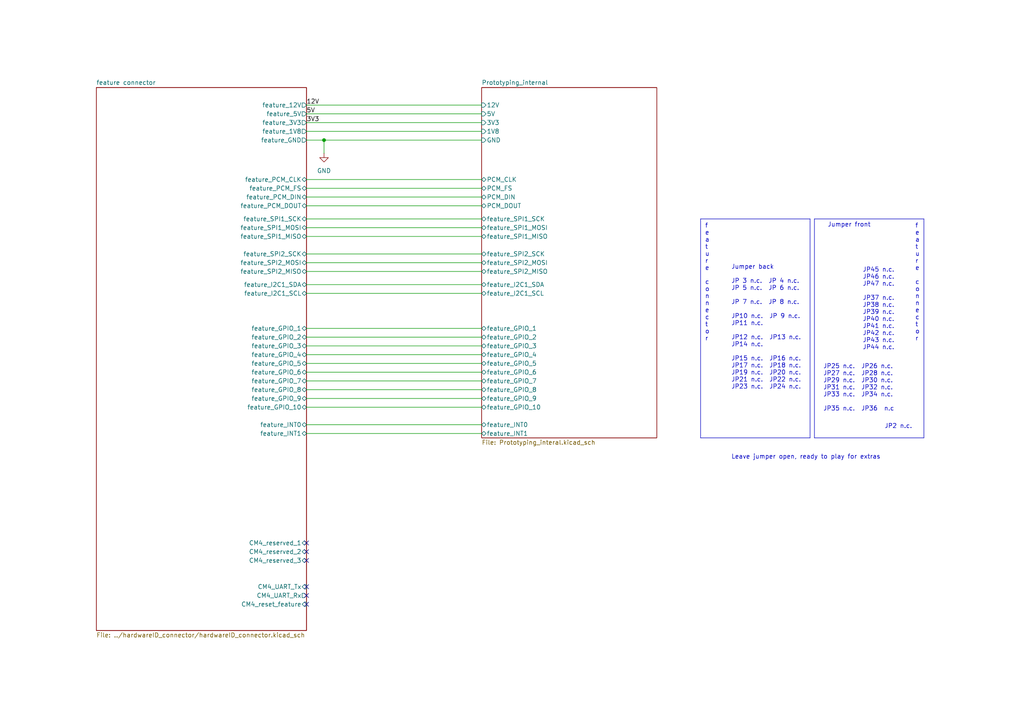
<source format=kicad_sch>
(kicad_sch (version 20230121) (generator eeschema)
  (paper "A4")
  (lib_symbols
    (symbol "power:GND" (power) (pin_names (offset 0))
      (property "Value" "GND" (at 0 -3.81 0))
      (symbol "GND_0_1"
        (polyline (pts (xy 0 0) (xy 0 -1.27) (xy 1.27 -1.27) (xy 0 -2.54) (xy -1.27 -1.27) (xy 0 -1.27)))
      )
      (symbol "GND_1_1"
        (pin power_in line (at 0 0 270) (length 0) hide (name "GND") (number "1"))
      )
    )
  )
  (junction (at 93.98 40.64))
  (no_connect (at 88.9 175.26))
  (no_connect (at 88.9 172.72))
  (no_connect (at 88.9 170.18))
  (no_connect (at 88.9 162.56))
  (no_connect (at 88.9 157.48))
  (no_connect (at 88.9 160.02))
  (wire (pts (xy 88.9 33.02) (xy 139.7 33.02)))
  (wire (pts (xy 88.9 107.95) (xy 139.7 107.95)))
  (wire (pts (xy 93.98 44.45) (xy 93.98 40.64)))
  (polyline (pts (xy 267.97 127) (xy 267.97 63.5)))
  (polyline (pts (xy 236.22 127) (xy 267.97 127)))
  (wire (pts (xy 88.9 102.87) (xy 139.7 102.87)))
  (polyline (pts (xy 236.22 63.5) (xy 236.22 127)))
  (wire (pts (xy 88.9 100.33) (xy 139.7 100.33)))
  (polyline (pts (xy 203.2 127) (xy 234.95 127)))
  (wire (pts (xy 88.9 95.25) (xy 139.7 95.25)))
  (wire (pts (xy 88.9 125.73) (xy 139.7 125.73)))
  (wire (pts (xy 88.9 40.64) (xy 93.98 40.64)))
  (wire (pts (xy 88.9 110.49) (xy 139.7 110.49)))
  (wire (pts (xy 88.9 113.03) (xy 139.7 113.03)))
  (wire (pts (xy 88.9 59.69) (xy 139.7 59.69)))
  (wire (pts (xy 88.9 52.07) (xy 139.7 52.07)))
  (wire (pts (xy 88.9 63.5) (xy 139.7 63.5)))
  (polyline (pts (xy 203.2 63.5) (xy 234.95 63.5)))
  (wire (pts (xy 88.9 78.74) (xy 139.7 78.74)))
  (wire (pts (xy 88.9 97.79) (xy 139.7 97.79)))
  (wire (pts (xy 93.98 40.64) (xy 139.7 40.64)))
  (wire (pts (xy 88.9 105.41) (xy 139.7 105.41)))
  (wire (pts (xy 88.9 85.09) (xy 139.7 85.09)))
  (wire (pts (xy 88.9 123.19) (xy 139.7 123.19)))
  (wire (pts (xy 88.9 57.15) (xy 139.7 57.15)))
  (wire (pts (xy 88.9 54.61) (xy 139.7 54.61)))
  (wire (pts (xy 88.9 68.58) (xy 139.7 68.58)))
  (polyline (pts (xy 236.22 63.5) (xy 267.97 63.5)))
  (wire (pts (xy 88.9 35.56) (xy 139.7 35.56)))
  (wire (pts (xy 88.9 115.57) (xy 139.7 115.57)))
  (wire (pts (xy 88.9 76.2) (xy 139.7 76.2)))
  (wire (pts (xy 88.9 30.48) (xy 139.7 30.48)))
  (wire (pts (xy 88.9 82.55) (xy 139.7 82.55)))
  (wire (pts (xy 88.9 73.66) (xy 139.7 73.66)))
  (polyline (pts (xy 203.2 63.5) (xy 203.2 127)))
  (wire (pts (xy 88.9 38.1) (xy 139.7 38.1)))
  (polyline (pts (xy 234.95 127) (xy 234.95 63.5)))
  (wire (pts (xy 88.9 118.11) (xy 139.7 118.11)))
  (wire (pts (xy 88.9 66.04) (xy 139.7 66.04)))
  (text "f\ne\na\nt\nu\nr\ne\n\nc\no\nn\nn\ne\nc\nt\no\nr" (at 204.47 99.06 0) (effects (font (size 1.27 1.27)) (justify left bottom)))
  (text "Leave jumper open, ready to play for extras" (at 212.09 133.35 0) (effects (font (size 1.27 1.27)) (justify left bottom)))
  (text "f\ne\na\nt\nu\nr\ne\n\nc\no\nn\nn\ne\nc\nt\no\nr" (at 265.43 99.06 0) (effects (font (size 1.27 1.27)) (justify left bottom)))
  (text "JP2 n.c." (at 256.54 124.46 0) (effects (font (size 1.27 1.27)) (justify left bottom)))
  (text "Jumper back\n\nJP 3 n.c.  JP 4 n.c.\nJP 5 n.c.  JP 6 n.c.\n\nJP 7 n.c.  JP 8 n.c.\n\nJP10 n.c.  JP 9 n.c.\nJP11 n.c.\n\nJP12 n.c.  JP13 n.c.\nJP14 n.c.\n\nJP15 n.c.  JP16 n.c.\nJP17 n.c.  JP18 n.c.\nJP19 n.c.  JP20 n.c.\nJP21 n.c.  JP22 n.c.\nJP23 n.c.  JP24 n.c.\n" (at 212.09 113.03 0) (effects (font (size 1.27 1.27)) (justify left bottom)))
  (text "Jumper front" (at 240.03 66.04 0) (effects (font (size 1.27 1.27)) (justify left bottom)))
  (text "JP45 n.c.\nJP46 n.c.\nJP47 n.c.\n\nJP37 n.c.\nJP38 n.c.\nJP39 n.c.\nJP40 n.c.\nJP41 n.c.\nJP42 n.c.\nJP43 n.c.\nJP44 n.c." (at 250.19 101.6 0) (effects (font (size 1.27 1.27)) (justify left bottom)))
  (text "JP25 n.c.  JP26 n.c.\nJP27 n.c.  JP28 n.c.\nJP29 n.c.  JP30 n.c.\nJP31 n.c.  JP32 n.c.\nJP33 n.c.  JP34 n.c.\n\nJP35 n.c.  JP36  n.c\n" (at 238.76 119.38 0) (effects (font (size 1.27 1.27)) (justify left bottom)))
  (label "5V" (at 88.9 33.02 0))
  (label "3V3" (at 88.9 35.56 0))
  (label "12V" (at 88.9 30.48 0))
  (symbol (lib_id "power:GND") (at 93.98 44.45 0) (unit 1)
    (property "Reference" "#PWR0107" (effects hide))
    (property "Value" "GND" (at 93.98 49.53 0))
  )
  (sheet (at 139.7 25.4) (size 50.8 101.6) (stroke (width 0.1524))
    (property "Sheetname" "Prototyping_internal" (at 139.7 24.6884 0) (effects (justify left bottom)))
    (property "Sheetfile" "Prototyping_interal.kicad_sch" (at 139.7 127.5846 0) (effects (justify left top)))
    (pin "3V3" input (at 139.7 35.56 180))
    (pin "12V" input (at 139.7 30.48 180))
    (pin "5V" input (at 139.7 33.02 180))
    (pin "GND" input (at 139.7 40.64 180))
    (pin "feature_INT0" bidirectional (at 139.7 123.19 180))
    (pin "feature_INT1" bidirectional (at 139.7 125.73 180))
    (pin "feature_GPIO_1" bidirectional (at 139.7 95.25 180))
    (pin "feature_GPIO_3" bidirectional (at 139.7 100.33 180))
    (pin "feature_GPIO_9" bidirectional (at 139.7 115.57 180))
    (pin "feature_GPIO_5" bidirectional (at 139.7 105.41 180))
    (pin "feature_GPIO_8" bidirectional (at 139.7 113.03 180))
    (pin "feature_GPIO_6" bidirectional (at 139.7 107.95 180))
    (pin "feature_GPIO_7" bidirectional (at 139.7 110.49 180))
    (pin "feature_GPIO_10" bidirectional (at 139.7 118.11 180))
    (pin "feature_GPIO_2" bidirectional (at 139.7 97.79 180))
    (pin "feature_GPIO_4" bidirectional (at 139.7 102.87 180))
    (pin "feature_SPI1_MISO" bidirectional (at 139.7 68.58 180))
    (pin "feature_SPI1_MOSI" bidirectional (at 139.7 66.04 180))
    (pin "PCM_FS" bidirectional (at 139.7 54.61 180))
    (pin "PCM_DIN" bidirectional (at 139.7 57.15 180))
    (pin "PCM_DOUT" bidirectional (at 139.7 59.69 180))
    (pin "PCM_CLK" bidirectional (at 139.7 52.07 180))
    (pin "feature_SPI1_SCK" bidirectional (at 139.7 63.5 180))
    (pin "feature_I2C1_SCL" bidirectional (at 139.7 85.09 180))
    (pin "feature_I2C1_SDA" bidirectional (at 139.7 82.55 180))
    (pin "1V8" input (at 139.7 38.1 180))
    (pin "feature_SPI2_SCK" bidirectional (at 139.7 73.66 180))
    (pin "feature_SPI2_MOSI" bidirectional (at 139.7 76.2 180))
    (pin "feature_SPI2_MISO" bidirectional (at 139.7 78.74 180))
  )
  (sheet (at 27.94 25.4) (size 60.96 157.48) (stroke (width 0.1524))
    (property "Sheetname" "feature connector" (at 27.94 24.6884 0) (effects (justify left bottom)))
    (property "Sheetfile" "../hardwareID_connector/hardwareID_connector.kicad_sch" (at 27.94 183.4646 0) (effects (justify left top)))
    (pin "CM4_reset_feature" input (at 88.9 175.26 0))
    (pin "CM4_UART_Rx" output (at 88.9 172.72 0))
    (pin "CM4_UART_Tx" input (at 88.9 170.18 0))
    (pin "CM4_reserved_2" bidirectional (at 88.9 160.02 0))
    (pin "CM4_reserved_1" bidirectional (at 88.9 157.48 0))
    (pin "CM4_reserved_3" bidirectional (at 88.9 162.56 0))
    (pin "feature_SPI1_MOSI" bidirectional (at 88.9 66.04 0))
    (pin "feature_PCM_CLK" bidirectional (at 88.9 52.07 0))
    (pin "feature_PCM_FS" bidirectional (at 88.9 54.61 0))
    (pin "feature_1V8" output (at 88.9 38.1 0))
    (pin "feature_I2C1_SDA" bidirectional (at 88.9 82.55 0))
    (pin "feature_12V" output (at 88.9 30.48 0))
    (pin "feature_GND" output (at 88.9 40.64 0))
    (pin "feature_5V" output (at 88.9 33.02 0))
    (pin "feature_3V3" output (at 88.9 35.56 0))
    (pin "feature_INT1" bidirectional (at 88.9 125.73 0))
    (pin "feature_GPIO_8" bidirectional (at 88.9 113.03 0))
    (pin "feature_GPIO_10" bidirectional (at 88.9 118.11 0))
    (pin "feature_GPIO_9" bidirectional (at 88.9 115.57 0))
    (pin "feature_INT0" bidirectional (at 88.9 123.19 0))
    (pin "feature_SPI1_MISO" bidirectional (at 88.9 68.58 0))
    (pin "feature_SPI2_SCK" bidirectional (at 88.9 73.66 0))
    (pin "feature_SPI1_SCK" bidirectional (at 88.9 63.5 0))
    (pin "feature_PCM_DOUT" bidirectional (at 88.9 59.69 0))
    (pin "feature_SPI2_MISO" bidirectional (at 88.9 78.74 0))
    (pin "feature_I2C1_SCL" bidirectional (at 88.9 85.09 0))
    (pin "feature_PCM_DIN" bidirectional (at 88.9 57.15 0))
    (pin "feature_SPI2_MOSI" bidirectional (at 88.9 76.2 0))
    (pin "feature_GPIO_7" bidirectional (at 88.9 110.49 0))
    (pin "feature_GPIO_6" bidirectional (at 88.9 107.95 0))
    (pin "feature_GPIO_4" bidirectional (at 88.9 102.87 0))
    (pin "feature_GPIO_3" bidirectional (at 88.9 100.33 0))
    (pin "feature_GPIO_2" bidirectional (at 88.9 97.79 0))
    (pin "feature_GPIO_5" bidirectional (at 88.9 105.41 0))
    (pin "feature_GPIO_1" bidirectional (at 88.9 95.25 0))
  )
)
</source>
